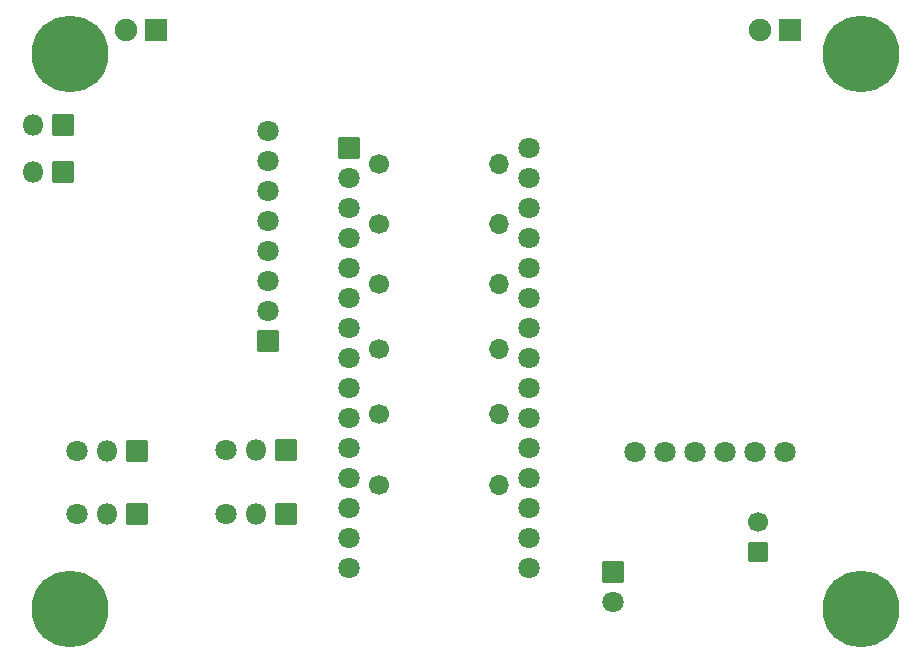
<source format=gts>
G04 #@! TF.GenerationSoftware,KiCad,Pcbnew,(6.0.10)*
G04 #@! TF.CreationDate,2023-05-01T22:11:39-04:00*
G04 #@! TF.ProjectId,MiniCopterSchematic,4d696e69-436f-4707-9465-72536368656d,v01*
G04 #@! TF.SameCoordinates,Original*
G04 #@! TF.FileFunction,Soldermask,Top*
G04 #@! TF.FilePolarity,Negative*
%FSLAX46Y46*%
G04 Gerber Fmt 4.6, Leading zero omitted, Abs format (unit mm)*
G04 Created by KiCad (PCBNEW (6.0.10)) date 2023-05-01 22:11:39*
%MOMM*%
%LPD*%
G01*
G04 APERTURE LIST*
G04 Aperture macros list*
%AMRoundRect*
0 Rectangle with rounded corners*
0 $1 Rounding radius*
0 $2 $3 $4 $5 $6 $7 $8 $9 X,Y pos of 4 corners*
0 Add a 4 corners polygon primitive as box body*
4,1,4,$2,$3,$4,$5,$6,$7,$8,$9,$2,$3,0*
0 Add four circle primitives for the rounded corners*
1,1,$1+$1,$2,$3*
1,1,$1+$1,$4,$5*
1,1,$1+$1,$6,$7*
1,1,$1+$1,$8,$9*
0 Add four rect primitives between the rounded corners*
20,1,$1+$1,$2,$3,$4,$5,0*
20,1,$1+$1,$4,$5,$6,$7,0*
20,1,$1+$1,$6,$7,$8,$9,0*
20,1,$1+$1,$8,$9,$2,$3,0*%
G04 Aperture macros list end*
%ADD10C,6.500000*%
%ADD11RoundRect,0.050000X0.850000X-0.850000X0.850000X0.850000X-0.850000X0.850000X-0.850000X-0.850000X0*%
%ADD12O,1.800000X1.800000*%
%ADD13C,1.800000*%
%ADD14C,1.700000*%
%ADD15O,1.700000X1.700000*%
%ADD16RoundRect,0.050000X-0.850000X-0.850000X0.850000X-0.850000X0.850000X0.850000X-0.850000X0.850000X0*%
%ADD17RoundRect,0.050000X0.900000X0.900000X-0.900000X0.900000X-0.900000X-0.900000X0.900000X-0.900000X0*%
%ADD18C,1.900000*%
%ADD19RoundRect,0.050000X-0.850000X0.850000X-0.850000X-0.850000X0.850000X-0.850000X0.850000X0.850000X0*%
%ADD20RoundRect,0.050000X0.800000X-0.800000X0.800000X0.800000X-0.800000X0.800000X-0.800000X-0.800000X0*%
G04 APERTURE END LIST*
D10*
X78740000Y-80000000D03*
D11*
X97047000Y-113596000D03*
D12*
X94507000Y-113596000D03*
D13*
X91967000Y-113596000D03*
D14*
X104920000Y-105000000D03*
D15*
X115080000Y-105000000D03*
D16*
X124727013Y-123853487D03*
D13*
X124727013Y-126393487D03*
X139332013Y-113693487D03*
X136792013Y-113693487D03*
X134252013Y-113693487D03*
X131712013Y-113693487D03*
X129172013Y-113693487D03*
X126632013Y-113693487D03*
D14*
X104920000Y-116500000D03*
D15*
X115080000Y-116500000D03*
D16*
X102385000Y-88000000D03*
D13*
X102385000Y-90540000D03*
X102385000Y-93080000D03*
X102385000Y-95620000D03*
X102385000Y-98160000D03*
X102385000Y-100700000D03*
X102385000Y-103240000D03*
X102385000Y-105780000D03*
X102385000Y-108320000D03*
X102385000Y-110860000D03*
X102385000Y-113400000D03*
X102385000Y-115940000D03*
X102385000Y-118480000D03*
X102385000Y-121020000D03*
X102385000Y-123560000D03*
X117625000Y-123560000D03*
X117625000Y-121020000D03*
X117625000Y-118480000D03*
X117625000Y-115940000D03*
X117625000Y-113400000D03*
X117625000Y-110860000D03*
X117625000Y-108320000D03*
X117625000Y-105780000D03*
X117625000Y-103240000D03*
X117625000Y-100700000D03*
X117625000Y-98160000D03*
X117625000Y-95620000D03*
X117625000Y-93080000D03*
X117625000Y-90540000D03*
X117625000Y-88000000D03*
D14*
X104920000Y-94400000D03*
D15*
X115080000Y-94400000D03*
D17*
X86040000Y-78000000D03*
D18*
X83500000Y-78000000D03*
D19*
X78140000Y-90000000D03*
D12*
X75600000Y-90000000D03*
D20*
X137000000Y-122182380D03*
D14*
X137000000Y-119682380D03*
D17*
X139700000Y-78000000D03*
D18*
X137160000Y-78000000D03*
D14*
X104920000Y-89300000D03*
D15*
X115080000Y-89300000D03*
D10*
X145740000Y-80000000D03*
X145740000Y-127000000D03*
D19*
X78140000Y-86000000D03*
D12*
X75600000Y-86000000D03*
D11*
X84455000Y-118975000D03*
D12*
X81915000Y-118975000D03*
D13*
X79375000Y-118975000D03*
D11*
X97070000Y-118950000D03*
D12*
X94530000Y-118950000D03*
D13*
X91990000Y-118950000D03*
D10*
X78740000Y-127000000D03*
D14*
X104920000Y-99500000D03*
D15*
X115080000Y-99500000D03*
D14*
X104920000Y-110500000D03*
D15*
X115080000Y-110500000D03*
D19*
X95505290Y-104315290D03*
D13*
X95505290Y-101775290D03*
X95505290Y-99235290D03*
X95505290Y-96695290D03*
X95505290Y-94155290D03*
X95505290Y-91615290D03*
X95505290Y-89075290D03*
X95505290Y-86535290D03*
D11*
X84400000Y-113600000D03*
D12*
X81860000Y-113600000D03*
D13*
X79320000Y-113600000D03*
M02*

</source>
